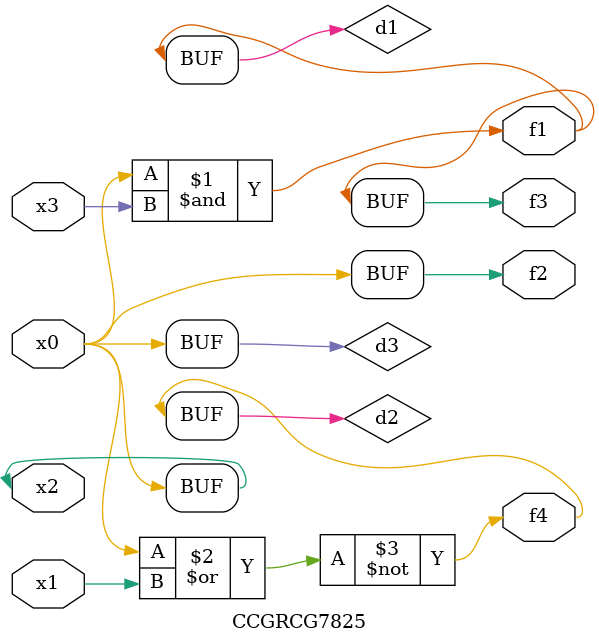
<source format=v>
module CCGRCG7825(
	input x0, x1, x2, x3,
	output f1, f2, f3, f4
);

	wire d1, d2, d3;

	and (d1, x2, x3);
	nor (d2, x0, x1);
	buf (d3, x0, x2);
	assign f1 = d1;
	assign f2 = d3;
	assign f3 = d1;
	assign f4 = d2;
endmodule

</source>
